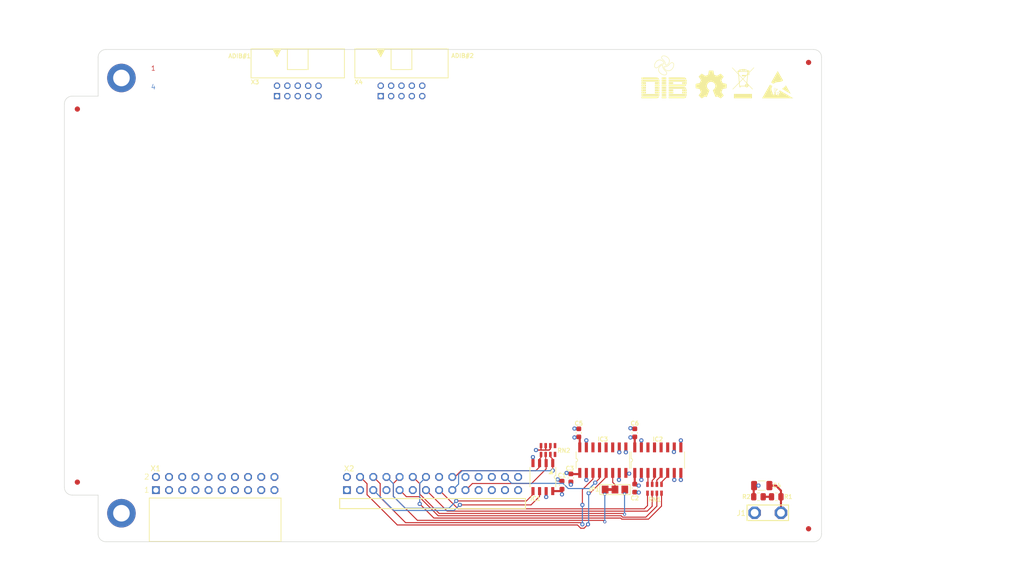
<source format=kicad_pcb>
(kicad_pcb (version 20240108) (generator "pcbnew") (generator_version "8.0")
  (title_block (date "2024-12-15"))
  (layers (0 "F.Cu" signal) (1 "In1.Cu" signal) (2 "In2.Cu" signal) (31 "B.Cu" signal) (34 "B.Paste" user) (35 "F.Paste" user) (36 "B.SilkS" user "B.Silkscreen") (37 "F.SilkS" user "F.Silkscreen") (38 "B.Mask" user) (39 "F.Mask" user) (44 "Edge.Cuts" user))
  (net 0 "")
  (net 1 "GND")
  (net 2 "+3V3")
  (net 3 "GNDIO")
  (net 4 "PE")
  (net 5 "Net-(IC3-A4)")
  (net 6 "/DIB v1.2 interface/DIB_A0")
  (net 7 "+3V3_ISO")
  (net 8 "~{RESET}")
  (net 9 "/DIB v1.2 interface/DIB_A2")
  (net 10 "/DIB v1.2 interface/DIB_A1")
  (net 11 "/DIB v1.2 interface/DIB_SDA")
  (net 12 "/DIB v1.2 interface/DIB_SCL")
  (net 13 "/DIB v1.2 interface/DIB_SCLK")
  (net 14 "/DIB v1.2 interface/DIB_MOSI")
  (net 15 "/DIB v1.2 interface/DIB_MISO")
  (net 16 "/DIB v1.2 interface/DIB_CSA")
  (net 17 "/DIB v1.2 interface/DIB_BOOT")
  (net 18 "/DIB v1.2 interface/DIB_NRESET")
  (net 19 "/DIB v1.2 interface/OE_SYNC")
  (net 20 "/DIB v1.2 interface/DIB_CSB")
  (net 21 "/DIB v1.2 interface/DIB_IRQ")
  (net 22 "/DIB v1.2 interface/AFE1N")
  (net 23 "BOOT0")
  (net 24 "/DIB v1.2 interface/AFE1P")
  (net 25 "/DIB v1.2 interface/AFE2N")
  (net 26 "/DIB v1.2 interface/AFE2P")
  (net 27 "+5V")
  (net 28 "ADIB1_ID1")
  (net 29 "ADIB1_ID0")
  (net 30 "ADIB2_ID0")
  (net 31 "ADIB2_ID1")
  (net 32 "ADIB2_ID2")
  (net 33 "ADIB1_ID2")
  (net 34 "Net-(R1-Pad2)")
  (net 35 "Net-(RN1D-2)")
  (net 36 "Net-(RN1A-2)")
  (net 37 "Net-(RN1B-2)")
  (net 38 "Net-(RN1C-2)")
  (net 41 "SLAVE_IRQ")
  (net 42 "SLAVE_MOSI")
  (net 43 "SLAVE_MISO")
  (net 44 "SLAVE_SCK")
  (net 45 "SLAVE_NSS")
  (net 46 "SLAVE_SYNC")
  (footprint "PCM_EEZ_connectors:4907" (layer "F.Cu") (at 211.1371 146.9156 180)
    (property "Reference" "J1")
    (property "Value" "4907")
  )
  (footprint "PCM_EEZ_passives:C_0603_1608Metric" (layer "F.Cu") (at 173.1641 140.1846 -90)
    (property "Reference" "C3")
    (property "Value" "100n")
  )
  (footprint "PCM_EEZ_connectors:DS1014-10RF1B" (layer "F.Cu") (at 140.5 65.5)
    (property "Reference" "X4")
    (property "Value" "87833-1032")
  )
  (footprint "PCM_EEZ_connectors:DS1014-10RF1B" (layer "F.Cu") (at 120.5 65.5)
    (property "Reference" "X3")
    (property "Value" "87833-1032")
  )
  (footprint "PCM_EEZ_unsorted:EEZ DIB logo (9mm)" (layer "F.Cu") (at 191.135 62.8015)
    (property "Reference" "LOGO1" (hide yes))
    (property "Value" "EEZ DIB logo" (hide yes))
  )
  (footprint "PCM_EEZ_SMD:Fiducial" (layer "F.Cu") (at 219 150)
    (property "Reference" "FM4" (hide yes))
    (property "Value" "FIDUCIAL_2" (hide yes))
  )
  (footprint "PCM_EEZ_connectors:77317-104-28LF" (layer "F.Cu") (at 163 140)
    (property "Reference" "X2")
    (property "Value" "77317-104-28LF")
  )
  (footprint "PCM_EEZ_SMD:Fiducial" (layer "F.Cu") (at 219 60)
    (property "Reference" "FM3" (hide yes))
    (property "Value" "FIDUCIAL_2" (hide yes))
  )
  (footprint "PCM_EEZ_passives:C_0603_1608Metric" (layer "F.Cu") (at 174.6881 131.4851 -90)
    (property "Reference" "C5")
    (property "Value" "100n")
  )
  (footprint "PCM_EEZ_unsorted:Open HW logo" (layer "F.Cu") (at 200.2155 64.233429)
    (property "Reference" "LOGO2" (hide yes))
    (property "Value" "Open HW logo" (hide yes))
  )
  (footprint "PCM_EEZ_passives:C_0603_1608Metric" (layer "F.Cu") (at 171.4496 141.5816 -90)
    (property "Reference" "C1")
    (property "Value" "N.C.")
  )
  (footprint "PCM_EEZ_SMD:SOIC127P600X173-8N" (layer "F.Cu") (at 167.7666 140.0322 -90)
    (property "Reference" "IC1")
    (property "Value" "M24C32-WMN6P")
  )
  (footprint "PCM_EEZ_SMD:CAY16" (layer "F.Cu") (at 189.2931 142.2801 180)
    (property "Reference" "RN1")
    (property "Value" "DR1206-33R-4/8")
  )
  (footprint "PCM_EEZ_SMD:JP3 shorted" (layer "F.Cu") (at 181.6685 142.4305 180)
    (property "Reference" "JP1")
    (property "Value" "JP3-CUT-0805-ROTATED" (hide yes))
  )
  (footprint "PCM_EEZ_SMD:SOIC127P600X265-16N" (layer "F.Cu") (at 189.9281 136.7556 90)
    (property "Reference" "IC2")
    (property "Value" "SI8641BB-B-IS1")
  )
  (footprint "PCM_EEZ_SMD:Fiducial" (layer "F.Cu") (at 78 141)
    (property "Reference" "FM2" (hide yes))
    (property "Value" "FIDUCIAL_2" (hide yes))
  )
  (footprint "PCM_EEZ_passives:R_0805_2012Metric" (layer "F.Cu") (at 212.765 143.8275 180)
    (property "Reference" "R1")
    (property "Value" "470K")
  )
  (footprint "PCM_EEZ_passives:R_0805_2012Metric" (layer "F.Cu") (at 209.336 143.8275 180)
    (property "Reference" "R2")
    (property "Value" "470K")
  )
  (footprint "PCM_EEZ_unsorted:PCB-MB-01" (layer "F.Cu") (at 86.5 63)
    (property "Reference" "KK1" (hide yes))
    (property "Value" "PCB-MB")
  )
  (footprint "PCM_EEZ_unsorted:WEEE logo" (layer "F.Cu") (at 206.375 63.917666)
    (property "Reference" "LOGO3" (hide yes))
    (property "Value" "WEEE logo" (hide yes))
  )
  (footprint "PCM_EEZ_SMD:SOIC127P600X265-16N" (layer "F.Cu") (at 179.3236 136.7556 90)
    (property "Reference" "IC3")
    (property "Value" "SI8641BB-B-IS1")
  )
  (footprint "PCM_EEZ_passives:C_1206_3216Metric" (layer "F.Cu") (at 209.971 141.6685 180)
    (property "Reference" "C4")
    (property "Value" "4n7/1kV")
  )
  (footprint "PCM_EEZ_passives:C_0603_1608Metric" (layer "F.Cu") (at 185.4831 142.1531 -90)
    (property "Reference" "C2")
    (property "Value" "100n")
  )
  (footprint "PCM_EEZ_SMD:CAY16" (layer "F.Cu") (at 168.7572 134.7998)
    (property "Reference" "RN2")
    (property "Value" "DR1206-47K-4/8")
  )
  (footprint "PCM_EEZ_unsorted:ESD  logo" (layer "F.Cu") (at 213.0425 64.282008)
    (property "Reference" "LOGO4" (hide yes))
    (property "Value" "ESD logo" (hide yes))
  )
  (footprint "PCM_EEZ_SMD:Fiducial" (layer "F.Cu") (at 78 69)
    (property "Reference" "FM1" (hide yes))
    (property "Value" "FIDUCIAL_2" (hide yes))
  )
  (footprint "PCM_EEZ_connectors:SSW-110-02-T-D-RA" (layer "F.Cu") (at 116 140 180)
    (property "Reference" "X1")
    (property "Value" "ZL263-20DG")
  )
  (footprint "PCM_EEZ_unsorted:PCB-MB-01" (layer "F.Cu") (at 86.5 147)
    (property "Reference" "KK2" (hide yes))
    (property "Value" "PCB-MB")
  )
  (footprint "PCM_EEZ_passives:C_0603_1608Metric" (layer "F.Cu") (at 185.4831 131.4851 -90)
    (property "Reference" "C6")
    (property "Value" "100n")
  )
  (gr_line (start 82.0011 66.5036) (end 77.0011 66.5036) (stroke (width 0.1)) (layer "Edge.Cuts"))
  (gr_arc (start 220.0011 57.5036) (mid 221.06176 57.94294) (end 221.5011 59.0036) (stroke (width 0.1)) (layer "Edge.Cuts"))
  (gr_arc (start 75.5011 68.0036) (mid 75.94044 66.94294) (end 77.0011 66.5036) (stroke (width 0.1)) (layer "Edge.Cuts"))
  (gr_line (start 221.5011 151.0036) (end 221.5011 59.0036) (stroke (width 0.1)) (layer "Edge.Cuts"))
  (gr_arc (start 82.0011 59.0036) (mid 82.44044 57.94294) (end 83.5011 57.5036) (stroke (width 0.1)) (layer "Edge.Cuts"))
  (gr_line (start 75.5011 142.0036) (end 75.5011 68.0036) (stroke (width 0.1)) (layer "Edge.Cuts"))
  (gr_line (start 82.0011 66.5036) (end 82.0011 59.0036) (stroke (width 0.1)) (layer "Edge.Cuts"))
  (gr_arc (start 221.5011 151.0036) (mid 221.06176 152.06426) (end 220.0011 152.5036) (stroke (width 0.1)) (layer "Edge.Cuts"))
  (gr_line (start 82.0011 143.5036) (end 77.0011 143.5036) (stroke (width 0.1)) (layer "Edge.Cuts"))
  (gr_arc (start 83.5011 152.5036) (mid 82.44044 152.06426) (end 82.0011 151.0036) (stroke (width 0.1)) (layer "Edge.Cuts"))
  (gr_line (start 83.5011 57.5036) (end 220.0011 57.5036) (stroke (width 0.1)) (layer "Edge.Cuts"))
  (gr_line (start 82.0011 151.0036) (end 82.0011 143.5036) (stroke (width 0.1)) (layer "Edge.Cuts"))
  (gr_arc (start 77.0011 143.5036) (mid 75.94044 143.06426) (end 75.5011 142.0036) (stroke (width 0.1)) (layer "Edge.Cuts"))
  (gr_line (start 220.0011 152.5036) (end 83.5011 152.5036) (stroke (width 0.1)) (layer "Edge.Cuts"))
  (gr_text "1" (at 92.6465 61.6585 0) (layer "F.Cu") (effects (font (size 0.9144 0.9144) (thickness 0.1016)) (justify bottom)))
  (gr_text "4" (at 92.6465 65.278 0) (layer "B.Cu") (effects (font (size 0.9144 0.9144) (thickness 0.1016)) (justify bottom)))
  (gr_text "ADIB#2" (at 150.0247 59.184 0) (layer "F.SilkS") (effects (font (size 0.8128 0.8128) (thickness 0.1524) (bold yes)) (justify left bottom)))
  (gr_text "ADIB#1" (at 107.0352 59.2348 0) (layer "F.SilkS") (effects (font (size 0.8128 0.8128) (thickness 0.1524) (bold yes)) (justify left bottom)))
  (segment (start 174.6881 130.6351) (end 173.8626 130.6596) (width 0.4064) (layer "F.Cu") (net 1))
  (segment (start 194.3731 132.9456) (end 194.3731 134.0632) (width 0.4064) (layer "F.Cu") (net 1))
  (segment (start 208.4235 141.741) (end 208.496 141.6685) (width 0.4064) (layer "F.Cu") (net 1))
  (segment (start 183.7686 135.2316) (end 183.7686 134.0632) (width 0.4064) (layer "F.Cu") (net 1))
  (segment (start 208.4235 143.8275) (end 208.4235 141.741) (width 0.4064) (layer "F.Cu") (net 1))
  (segment (start 209.336 141.6685) (end 208.496 141.6685) (width 0.254) (layer "F.Cu") (net 1))
  (segment (start 176.1486 132.9456) (end 176.1486 134.0632) (width 0.4064) (layer "F.Cu") (net 1))
  (segment (start 184.6966 130.6351) (end 184.6576 130.5961) (width 0.4064) (layer "F.Cu") (net 1))
  (segment (start 185.4831 130.6351) (end 184.6966 130.6351) (width 0.4064) (layer "F.Cu") (net 1))
  (segment (start 186.7531 132.9456) (end 186.7531 134.0632) (width 0.4064) (layer "F.Cu") (net 1))
  (via (at 176.1486 132.9456) (size 0.8064) (drill 0.4) (layers "F.Cu" "B.Cu") (net 1))
  (via (at 209.336 141.6685) (size 0.8064) (drill 0.4) (layers "F.Cu" "B.Cu") (net 1))
  (via (at 183.7686 135.2316) (size 0.8064) (drill 0.4) (layers "F.Cu" "B.Cu") (net 1))
  (via (at 184.6576 130.5961) (size 0.8064) (drill 0.4) (layers "F.Cu" "B.Cu") (net 1))
  (via (at 194.3731 132.9456) (size 0.8064) (drill 0.4) (layers "F.Cu" "B.Cu") (net 1))
  (via (at 186.7531 132.9456) (size 0.8064) (drill 0.4) (layers "F.Cu" "B.Cu") (net 1))
  (via (at 173.8626 130.6596) (size 0.8064) (drill 0.4) (layers "F.Cu" "B.Cu") (net 1))
  (segment (start 167.4072 133.9498) (end 167.4072 134.7682) (width 0.254) (layer "F.Cu") (net 2))
  (segment (start 185.4831 139.448) (end 185.4831 141.3031) (width 0.4064) (layer "F.Cu") (net 2))
  (segment (start 185.8485 141.6685) (end 186.2455 141.6685) (width 0.4064) (layer "F.Cu") (net 2))
  (segment (start 168.3072 133.9498) (end 168.3072 134.7783) (width 0.254) (layer "F.Cu") (net 2))
  (segment (start 171.4496 143.3596) (end 171.4496 142.4316) (width 0.4064) (layer "F.Cu") (net 2))
  (segment (start 173.0616 139.2321) (end 173.1641 139.3346) (width 0.4064) (layer "F.Cu") (net 2))
  (segment (start 167.4495 134.8105) (end 166.43351 134.8105) (width 0.254) (layer "F.Cu") (net 2))
  (segment (start 172.3386 139.2321) (end 173.0616 139.2321) (width 0.4064) (layer "F.Cu") (net 2))
  (segment (start 168.3072 134.7783) (end 168.275 134.8105) (width 0.254) (layer "F.Cu") (net 2))
  (segment (start 169.2072 134.5768) (end 168.9735 134.8105) (width 0.254) (layer "F.Cu") (net 2))
  (segment (start 193.1031 139.448) (end 193.1031 140.5656) (width 0.2032) (layer "F.Cu") (net 2))
  (segment (start 168.9735 134.8105) (end 168.275 134.8105) (width 0.254) (layer "F.Cu") (net 2))
  (segment (start 169.2072 133.9498) (end 169.2072 134.5768) (width 0.254) (layer "F.Cu") (net 2))
  (segment (start 171.149 142.7322) (end 169.6666 142.7322) (width 0.4064) (layer "F.Cu") (net 2))
  (segment (start 171.4496 142.4316) (end 171.149 142.7322) (width 0.4064) (layer "F.Cu") (net 2))
  (segment (start 167.4072 134.7682) (end 167.4495 134.8105) (width 0.254) (layer "F.Cu") (net 2))
  (segment (start 182.4986 139.448) (end 182.4986 140.3751) (width 0.2032) (layer "F.Cu") (net 2))
  (segment (start 185.4831 141.3031) (end 185.8485 141.6685) (width 0.4064) (layer "F.Cu") (net 2))
  (segment (start 182.4986 140.3751) (end 182.4351 140.5656) (width 0.2032) (layer "F.Cu") (net 2))
  (segment (start 173.2775 139.448) (end 173.1641 139.3346) (width 0.4064) (layer "F.Cu") (net 2))
  (segment (start 174.8786 139.448) (end 173.2775 139.448) (width 0.4064) (layer "F.Cu") (net 2))
  (segment (start 168.275 134.8105) (end 167.4495 134.8105) (width 0.254) (layer "F.Cu") (net 2))
  (via (at 172.3386 139.2321) (size 0.8064) (drill 0.4) (layers "F.Cu" "B.Cu") (net 2))
  (via (at 166.43351 134.8105) (size 0.8064) (drill 0.4) (layers "F.Cu" "B.Cu") (net 2))
  (via (at 171.4496 143.3596) (size 0.8064) (drill 0.4) (layers "F.Cu" "B.Cu") (net 2))
  (via (at 182.4351 140.5656) (size 0.8064) (drill 0.4) (layers "F.Cu" "B.Cu") (net 2))
  (via (at 186.2455 141.6685) (size 0.8064) (drill 0.4) (layers "F.Cu" "B.Cu") (net 2))
  (via (at 193.1031 140.5656) (size 0.8064) (drill 0.4) (layers "F.Cu" "B.Cu") (net 2))
  (segment (start 170.8739 140.7316) (end 170.6241 140.4818) (width 0.4064) (layer "F.Cu") (net 3))
  (segment (start 171.4496 140.7316) (end 170.8739 140.7316) (width 0.4064) (layer "F.Cu") (net 3))
  (segment (start 168.3966 143.8626) (end 168.4016 143.8676) (width 0.2032) (layer "F.Cu") (net 3))
  (segment (start 176.1486 140.5656) (end 176.1486 139.448) (width 0.4064) (layer "F.Cu") (net 3))
  (segment (start 186.7531 140.5656) (end 186.7531 139.448) (width 0.4064) (layer "F.Cu") (net 3))
  (segment (start 194.3731 140.5656) (end 194.3731 139.448) (width 0.4064) (layer "F.Cu") (net 3))
  (segment (start 183.7686 139.448) (end 184.3147 139.448) (width 0.2032) (layer "F.Cu") (net 3))
  (segment (start 186.2444 143.0031) (end 185.4831 143.0031) (width 0.4064) (layer "F.Cu") (net 3))
  (segment (start 184.3147 139.448) (end 184.4036 139.3591) (width 0.2032) (layer "F.Cu") (net 3))
  (segment (start 186.2455 143.002) (end 186.2444 143.0031) (width 0.4064) (layer "F.Cu") (net 3))
  (segment (start 168.3966 142.7322) (end 168.3966 143.8626) (width 0.2032) (layer "F.Cu") (net 3))
  (segment (start 165.8261 137.3017) (end 165.8566 137.3322) (width 0.2032) (layer "F.Cu") (net 3))
  (segment (start 165.8489 136.1714) (end 165.8261 137.3017) (width 0.2032) (layer "F.Cu") (net 3))
  (segment (start 173.1641 141.0346) (end 173.1641 141.4852) (width 0.4064) (layer "F.Cu") (net 3))
  (via (at 168.4016 143.8676) (size 0.8064) (drill 0.4) (layers "F.Cu" "B.Cu") (net 3))
  (via (at 173.1641 141.4852) (size 0.8064) (drill 0.4) (layers "F.Cu" "B.Cu") (net 3))
  (via (at 186.2455 143.002) (size 0.8064) (drill 0.4) (layers "F.Cu" "B.Cu") (net 3))
  (via (at 186.7531 140.5656) (size 0.8064) (drill 0.4) (layers "F.Cu" "B.Cu") (net 3))
  (via (at 170.6241 140.4818) (size 0.8064) (drill 0.4) (layers "F.Cu" "B.Cu") (net 3))
  (via (at 184.4036 139.3591) (size 0.8064) (drill 0.4) (layers "F.Cu" "B.Cu") (net 3))
  (via (at 165.8489 136.1714) (size 0.8064) (drill 0.4) (layers "F.Cu" "B.Cu") (net 3))
  (via (at 194.3731 140.5656) (size 0.8064) (drill 0.4) (layers "F.Cu" "B.Cu") (net 3))
  (via (at 176.1486 140.5656) (size 0.8064) (drill 0.4) (layers "F.Cu" "B.Cu") (net 3))
  (segment (start 213.6775 146.9152) (end 213.6771 146.9156) (width 0.4064) (layer "F.Cu") (net 4))
  (segment (start 212.7015 141.6685) (end 213.6775 142.6445) (width 0.4064) (layer "F.Cu") (net 4))
  (segment (start 213.6775 143.8275) (end 213.6775 146.9152) (width 0.4064) (layer "F.Cu") (net 4))
  (segment (start 211.446 141.6685) (end 212.7015 141.6685) (width 0.4064) (layer "F.Cu") (net 4))
  (segment (start 213.6775 142.6445) (end 213.6775 143.8275) (width 0.4064) (layer "F.Cu") (net 4))
  (segment (start 181.2286 141.0335) (end 181.6685 141.4734) (width 0.2032) (layer "F.Cu") (net 5))
  (segment (start 181.2286 139.2156) (end 181.2286 141.0335) (width 0.2032) (layer "F.Cu") (net 5))
  (segment (start 181.6685 141.4734) (end 181.6685 142.4305) (width 0.2032) (layer "F.Cu") (net 5))
  (segment (start 169.2072 136.1007) (end 169.6666 136.5601) (width 0.2032) (layer "F.Cu") (net 6))
  (segment (start 169.6666 138.7572) (end 169.6716 138.7622) (width 0.2032) (layer "F.Cu") (net 6))
  (segment (start 169.6666 137.3322) (end 169.6666 138.7572) (width 0.2032) (layer "F.Cu") (net 6))
  (segment (start 169.6666 137.3322) (end 169.6666 136.5601) (width 0.2032) (layer "F.Cu") (net 6))
  (segment (start 169.2072 135.6498) (end 169.2072 136.1007) (width 0.2032) (layer "F.Cu") (net 6))
  (via (at 169.6716 138.7622) (size 0.8064) (drill 0.4) (layers "F.Cu" "B.Cu") (net 6))
  (segment (start 152.2202 138.8003) (end 151.511 139.5095) (width 0.2032) (layer "B.Cu") (net 6))
  (segment (start 151.511 139.5095) (end 151.511 141.3737) (width 0.2032) (layer "B.Cu") (net 6))
  (segment (start 151.511 141.3737) (end 150.3411 142.5436) (width 0.2032) (layer "B.Cu") (net 6))
  (segment (start 169.6716 138.7622) (end 169.6335 138.8003) (width 0.2032) (layer "B.Cu") (net 6))
  (segment (start 169.6335 138.8003) (end 152.2202 138.8003) (width 0.2032) (layer "B.Cu") (net 6))
  (segment (start 174.6881 132.3351) (end 173.9016 132.3351) (width 0.4064) (layer "F.Cu") (net 7))
  (segment (start 174.8786 134.0632) (end 174.8786 132.5256) (width 0.4064) (layer "F.Cu") (net 7))
  (segment (start 185.4831 134.0632) (end 185.4831 132.3351) (width 0.4064) (layer "F.Cu") (net 7))
  (segment (start 173.9016 132.3351) (end 173.8626 132.3741) (width 0.4064) (layer "F.Cu") (net 7))
  (segment (start 185.4831 132.3351) (end 184.6966 132.3351) (width 0.4064) (layer "F.Cu") (net 7))
  (segment (start 182.4986 134.0632) (end 182.4986 135.2316) (width 0.4064) (layer "F.Cu") (net 7))
  (segment (start 193.1031 134.0632) (end 193.0396 135.1681) (width 0.4064) (layer "F.Cu") (net 7))
  (segment (start 184.6966 132.3351) (end 184.6576 132.3741) (width 0.4064) (layer "F.Cu") (net 7))
  (segment (start 174.8786 132.5256) (end 174.6881 132.3351) (width 0.4064) (layer "F.Cu") (net 7))
  (via (at 193.0396 135.1681) (size 0.8064) (drill 0.4) (layers "F.Cu" "B.Cu") (net 7))
  (via (at 173.8626 132.3741) (size 0.8064) (drill 0.4) (layers "F.Cu" "B.Cu") (net 7))
  (via (at 182.4986 135.2316) (size 0.8064) (drill 0.4) (layers "F.Cu" "B.Cu") (net 7))
  (via (at 184.6576 132.3741) (size 0.8064) (drill 0.4) (layers "F.Cu" "B.Cu") (net 7))
  (segment (start 179.9459 134.0505) (end 179.9586 134.0632) (width 0.2032) (layer "F.Cu") (net 8))
  (segment (start 152.0186 138.7876) (end 166.4077 138.7876) (width 0.2032) (layer "F.Cu") (net 9))
  (segment (start 167.4072 135.6498) (end 167.4072 136.2387) (width 0.2032) (layer "F.Cu") (net 9))
  (segment (start 167.4072 136.2387) (end 167.1189 136.527) (width 0.2032) (layer "F.Cu") (net 9))
  (segment (start 167.1189 136.527) (end 167.1189 137.3245) (width 0.2032) (layer "F.Cu") (net 9))
  (segment (start 150.3411 140.0036) (end 150.8026 140.0036) (width 0.2032) (layer "F.Cu") (net 9))
  (segment (start 166.4077 138.7876) (end 167.0681 138.1272) (width 0.2032) (layer "F.Cu") (net 9))
  (segment (start 167.0681 137.3907) (end 167.1266 137.3322) (width 0.2032) (layer "F.Cu") (net 9))
  (segment (start 167.1189 137.3245) (end 167.1266 137.3322) (width 0.2032) (layer "F.Cu") (net 9))
  (segment (start 167.0681 138.1272) (end 167.0681 137.3907) (width 0.2032) (layer "F.Cu") (net 9))
  (segment (start 150.8026 140.0036) (end 152.0186 138.7876) (width 0.2032) (layer "F.Cu") (net 9))
  (segment (start 165.5822 141.2641) (end 168.4016 138.4447) (width 0.2032) (layer "F.Cu") (net 10))
  (segment (start 152.8811 142.5436) (end 152.8981 142.5436) (width 0.2032) (layer "F.Cu") (net 10))
  (segment (start 168.4016 137.3372) (end 168.3966 137.3322) (width 0.2032) (layer "F.Cu") (net 10))
  (segment (start 168.4016 138.4447) (end 168.4016 137.3372) (width 0.2032) (layer "F.Cu") (net 10))
  (segment (start 168.3072 137.2428) (end 168.3966 137.3322) (width 0.2032) (layer "F.Cu") (net 10))
  (segment (start 152.8981 142.5436) (end 154.1776 141.2641) (width 0.2032) (layer "F.Cu") (net 10))
  (segment (start 168.3072 135.6498) (end 168.3072 137.2428) (width 0.2032) (layer "F.Cu") (net 10))
  (segment (start 154.1776 141.2641) (end 165.5822 141.2641) (width 0.2032) (layer "F.Cu") (net 10))
  (segment (start 165.8566 142.7322) (end 165.8566 143.3646) (width 0.2032) (layer "F.Cu") (net 11))
  (segment (start 164.5916 144.6296) (end 151.0661 144.6296) (width 0.2032) (layer "F.Cu") (net 11))
  (segment (start 165.8566 143.3646) (end 164.5916 144.6296) (width 0.2032) (layer "F.Cu") (net 11))
  (via (at 151.0661 144.6296) (size 0.8064) (drill 0.4) (layers "F.Cu" "B.Cu") (net 11))
  (segment (start 141.2236 146.0266) (end 138.9376 143.7406) (width 0.2032) (layer "B.Cu") (net 11))
  (segment (start 149.6691 146.0266) (end 141.2236 146.0266) (width 0.2032) (layer "B.Cu") (net 11))
  (segment (start 151.0661 144.6296) (end 149.6691 146.0266) (width 0.2032) (layer "B.Cu") (net 11))
  (segment (start 138.9376 141.3001) (end 137.6411 140.0036) (width 0.2032) (layer "B.Cu") (net 11))
  (segment (start 138.9376 143.7406) (end 138.9376 141.3001) (width 0.2032) (layer "B.Cu") (net 11))
  (segment (start 165.4806 145.3916) (end 167.1266 143.7456) (width 0.2032) (layer "F.Cu") (net 12))
  (segment (start 167.1266 142.7322) (end 167.1266 143.7456) (width 0.2032) (layer "F.Cu") (net 12))
  (segment (start 151.7646 145.3916) (end 165.4806 145.3916) (width 0.2032) (layer "F.Cu") (net 12))
  (via (at 151.7646 145.3916) (size 0.8064) (drill 0.4) (layers "F.Cu" "B.Cu") (net 12))
  (segment (start 150.6454 146.4711) (end 139.0286 146.4711) (width 0.2032) (layer "B.Cu") (net 12))
  (segment (start 139.0286 146.4711) (end 135.1011 142.5436) (width 0.2032) (layer "B.Cu") (net 12))
  (segment (start 151.7249 145.3916) (end 150.6454 146.4711) (width 0.2032) (layer "B.Cu") (net 12))
  (segment (start 151.7646 145.3916) (end 151.7249 145.3916) (width 0.2032) (layer "B.Cu") (net 12))
  (segment (start 188.8486 141.4246) (end 188.8431 141.4301) (width 0.2032) (layer "F.Cu") (net 13))
  (segment (start 189.2931 140.2481) (end 188.8486 140.6926) (width 0.2032) (layer "F.Cu") (net 13))
  (segment (start 189.2931 139.448) (end 189.2931 140.2481) (width 0.2032) (layer "F.Cu") (net 13))
  (segment (start 188.8486 140.6926) (end 188.8486 141.4246) (width 0.2032) (layer "F.Cu") (net 13))
  (segment (start 188.0231 141.3501) (end 187.9431 141.4301) (width 0.2032) (layer "F.Cu") (net 14))
  (segment (start 188.0231 139.448) (end 188.0231 141.3501) (width 0.2032) (layer "F.Cu") (net 14))
  (segment (start 191.8331 139.8036) (end 190.6431 140.9936) (width 0.2032) (layer "F.Cu") (net 15))
  (segment (start 191.8331 139.448) (end 191.8331 139.8036) (width 0.2032) (layer "F.Cu") (net 15))
  (segment (start 190.6431 141.4301) (end 190.6431 140.9936) (width 0.2032) (layer "F.Cu") (net 15))
  (segment (start 190.5631 139.448) (end 190.5631 139.8036) (width 0.2032) (layer "F.Cu") (net 16))
  (segment (start 190.5631 139.8036) (end 189.7376 140.6291) (width 0.2032) (layer "F.Cu") (net 16))
  (segment (start 189.7376 141.4246) (end 189.7431 141.4301) (width 0.2032) (layer "F.Cu") (net 16))
  (segment (start 189.7376 140.6291) (end 189.7376 141.4246) (width 0.2032) (layer "F.Cu") (net 16))
  (segment (start 178.6886 140.271904) (end 177.863502 141.097002) (width 0.2032) (layer "F.Cu") (net 17))
  (segment (start 178.6886 139.448) (end 178.6886 140.271904) (width 0.2032) (layer "F.Cu") (net 17))
  (via (at 177.863502 141.097002) (size 0.8064) (drill 0.4) (layers "F.Cu" "B.Cu") (net 17))
  (segment (start 172.6565 142.24) (end 176.720504 142.24) (width 0.2032) (layer "B.Cu") (net 17))
  (segment (start 160.5011 140.0036) (end 161.7341 141.2366) (width 0.2032) (layer "B.Cu") (net 17))
  (segment (start 176.720504 142.24) (end 177.863502 141.097002) (width 0.2032) (layer "B.Cu") (net 17))
  (segment (start 161.7341 141.2366) (end 171.6531 141.2366) (width 0.2032) (layer "B.Cu") (net 17))
  (segment (start 171.6531 141.2366) (end 172.6565 142.24) (width 0.2032) (layer "B.Cu") (net 17))
  (segment (start 179.9586 139.448) (end 179.9586 140.0179) (width 0.2032) (layer "F.Cu") (net 18))
  (segment (start 133.8576 141.3001) (end 132.5611 140.0036) (width 0.2032) (layer "F.Cu") (net 18))
  (segment (start 179.9586 140.0179) (end 176.8475 143.129) (width 0.2032) (layer "F.Cu") (net 18))
  (segment (start 139.6996 149.2651) (end 133.8576 143.4231) (width 0.2032) (layer "F.Cu") (net 18))
  (segment (start 176.8475 143.129) (end 176.5935 143.129) (width 0.2032) (layer "F.Cu") (net 18))
  (segment (start 174.4345 149.2651) (end 139.6996 149.2651) (width 0.2032) (layer "F.Cu") (net 18))
  (segment (start 175.0695 149.9001) (end 174.4345 149.2651) (width 0.2032) (layer "F.Cu") (net 18))
  (segment (start 175.7045 149.9001) (end 175.0695 149.9001) (width 0.2032) (layer "F.Cu") (net 18))
  (segment (start 176.4665 149.1381) (end 175.7045 149.9001) (width 0.2032) (layer "F.Cu") (net 18))
  (segment (start 133.8576 143.4231) (end 133.8576 141.3001) (width 0.2032) (layer "F.Cu") (net 18))
  (via (at 176.5935 143.129) (size 0.8064) (drill 0.4) (layers "F.Cu" "B.Cu") (net 18))
  (via (at 176.466504 149.1381) (size 0.8064) (drill 0.4) (layers "F.Cu" "B.Cu") (net 18))
  (segment (start 176.5935 143.129) (end 176.5935 149.098) (width 0.2032) (layer "B.Cu") (net 18))
  (segment (start 176.5935 149.098) (end 176.5534 149.1381) (width 0.2032) (layer "B.Cu") (net 18))
  (segment (start 176.5534 149.1381) (end 176.466504 149.1381) (width 0.2032) (layer "B.Cu") (net 18))
  (segment (start 141.2871 148.8206) (end 175.0695 148.8206) (width 0.2032) (layer "F.Cu") (net 19))
  (segment (start 135.1011 140.0036) (end 136.3976 141.3001) (width 0.2032) (layer "F.Cu") (net 19))
  (segment (start 136.3976 141.3001) (end 136.3976 143.9311) (width 0.2032) (layer "F.Cu") (net 19))
  (segment (start 177.4186 139.448) (end 177.4186 140.410951) (width 0.2032) (layer "F.Cu") (net 19))
  (segment (start 175.0695 148.8206) (end 175.387 149.1381) (width 0.2032) (layer "F.Cu") (net 19))
  (segment (start 141.2871 148.8206) (end 136.3976 143.9311) (width 0.2032) (layer "F.Cu") (net 19))
  (segment (start 175.387 142.442551) (end 175.387 145.3916) (width 0.2032) (layer "F.Cu") (net 19))
  (segment (start 177.4186 140.410951) (end 175.387 142.442551) (width 0.2032) (layer "F.Cu") (net 19))
  (via (at 175.387 149.1381) (size 0.8064) (drill 0.4) (layers "F.Cu" "B.Cu") (net 19))
  (via (at 175.387 145.3916) (size 0.8064) (drill 0.4) (layers "F.Cu" "B.Cu") (net 19))
  (segment (start 175.387 145.3916) (end 175.387 149.1381) (width 0.2032) (layer "B.Cu") (net 19))
  (segment (start 183.515008 143.319508) (end 183.515008 143.256) (width 0.2032) (layer "F.Cu") (net 20))
  (segment (start 144.0176 141.3001) (end 144.0176 143.2961) (width 0.2032) (layer "F.Cu") (net 20))
  (segment (start 147.7641 147.0426) (end 183.3646 147.0426) (width 0.2032) (layer "F.Cu") (net 20))
  (segment (start 183.3646 147.0426) (end 183.515 147.193) (width 0.2032) (layer "F.Cu") (net 20))
  (segment (start 142.7211 140.0036) (end 144.0176 141.3001) (width 0.2032) (layer "F.Cu") (net 20))
  (segment (start 144.0176 143.2961) (end 147.7641 147.0426) (width 0.2032) (layer "F.Cu") (net 20))
  (via (at 183.515008 143.256) (size 0.6) (drill 0.3) (layers "F.Cu" "B.Cu") (net 20))
  (via (at 183.515 147.193) (size 0.6) (drill 0.3) (layers "F.Cu" "B.Cu") (net 20))
  (segment (start 183.515 143.256008) (end 183.515008 143.256) (width 0.2032) (layer "B.Cu") (net 20))
  (segment (start 183.515 147.193) (end 183.515 143.256008) (width 0.2032) (layer "B.Cu") (net 20))
  (segment (start 138.9376 143.7406) (end 143.5731 148.3761) (width 0.2032) (layer "F.Cu") (net 21))
  (segment (start 179.7451 148.6936) (end 179.705 148.6535) (width 0.2032) (layer "F.Cu") (net 21))
  (segment (start 138.9376 141.2471) (end 138.9376 143.7406) (width 0.2032) (layer "F.Cu") (net 21))
  (segment (start 140.1811 140.0036) (end 138.9376 141.2471) (width 0.2032) (layer "F.Cu") (net 21))
  (segment (start 179.4276 148.3761) (end 179.705 148.6535) (width 0.2032) (layer "F.Cu") (net 21))
  (segment (start 143.5731 148.3761) (end 179.4276 148.3761) (width 0.2032) (layer "F.Cu") (net 21))
  (via (at 179.705 143.319506) (size 0.6) (drill 0.3) (layers "F.Cu" "B.Cu") (net 21))
  (via (at 179.705 148.6535) (size 0.6) (drill 0.3) (layers "F.Cu" "B.Cu") (net 21))
  (segment (start 179.705 143.319506) (end 179.705 148.6535) (width 0.2032) (layer "B.Cu") (net 21))
  (segment (start 211.8525 143.8275) (end 210.2485 143.8275) (width 0.4064) (layer "F.Cu") (net 34))
  (segment (start 187.9431 145.5351) (end 187.3246 146.1536) (width 0.2032) (layer "F.Cu") (net 35))
  (segment (start 187.9431 143.1301) (end 187.9431 145.5351) (width 0.2032) (layer "F.Cu") (net 35))
  (segment (start 151.4111 146.1536) (end 147.8011 142.5436) (width 0.2032) (layer "F.Cu") (net 35))
  (segment (start 187.3246 146.1536) (end 151.4111 146.1536) (width 0.2032) (layer "F.Cu") (net 35))
  (segment (start 182.979604 148.1455) (end 188.1267 148.1455) (width 0.2032) (layer "F.Cu") (net 36))
  (segment (start 144.0176 145.2011) (end 146.7481 147.9316) (width 0.2032) (layer "F.Cu") (net 36))
  (segment (start 188.1267 148.1455) (end 190.6431 145.6291) (width 0.2032) (layer "F.Cu") (net 36))
  (segment (start 190.6431 145.6291) (end 190.6431 143.1301) (width 0.2032) (layer "F.Cu") (net 36))
  (segment (start 182.765704 147.9316) (end 182.979604 148.1455) (width 0.2032) (layer "F.Cu") (net 36))
  (segment (start 146.7481 147.9316) (end 182.765704 147.9316) (width 0.2032) (layer "F.Cu") (net 36))
  (via (at 144.0176 145.2011) (size 0.8064) (drill 0.4) (layers "F.Cu" "B.Cu") (net 36))
  (segment (start 144.0176 141.2471) (end 145.2611 140.0036) (width 0.2032) (layer "B.Cu") (net 36))
  (segment (start 144.0176 145.2011) (end 144.0176 141.2471) (width 0.2032) (layer "B.Cu") (net 36))
  (segment (start 147.5736 147.4871) (end 182.8634 147.4871) (width 0.2032) (layer "F.Cu") (net 37))
  (segment (start 182.8634 147.4871) (end 183.1408 147.7645) (width 0.2032) (layer "F.Cu") (net 37))
  (segment (start 189.7431 145.6401) (end 189.7431 143.1301) (width 0.2032) (layer "F.Cu") (net 37))
  (segment (start 143.8906 143.8041) (end 147.5736 147.4871) (width 0.2032) (layer "F.Cu") (net 37))
  (segment (start 187.6187 147.7645) (end 189.7431 145.6401) (width 0.2032) (layer "F.Cu") (net 37))
  (segment (start 183.1408 147.7645) (end 187.6187 147.7645) (width 0.2032) (layer "F.Cu") (net 37))
  (segment (start 140.1811 142.5436) (end 141.4416 143.8041) (width 0.2032) (layer "F.Cu") (net 37))
  (segment (start 141.4416 143.8041) (end 143.8906 143.8041) (width 0.2032) (layer "F.Cu") (net 37))
  (segment (start 187.8961 146.5981) (end 149.3156 146.5981) (width 0.2032) (layer "F.Cu") (net 38))
  (segment (start 149.3156 146.5981) (end 145.2611 142.5436) (width 0.2032) (layer "F.Cu") (net 38))
  (segment (start 187.8961 146.5981) (end 188.8431 145.6511) (width 0.2032) (layer "F.Cu") (net 38))
  (segment (start 188.8431 143.1301) (end 188.8431 145.6511) (width 0.2032) (layer "F.Cu") (net 38))
  (segment (start 191.8331 134.0632) (end 191.8716 134.0247) (width 0.2032) (layer "F.Cu") (net 43))
  (segment (start 190.5631 134.0632) (end 190.673641 133.952659) (width 0.2032) (layer "F.Cu") (net 45))
)
</source>
